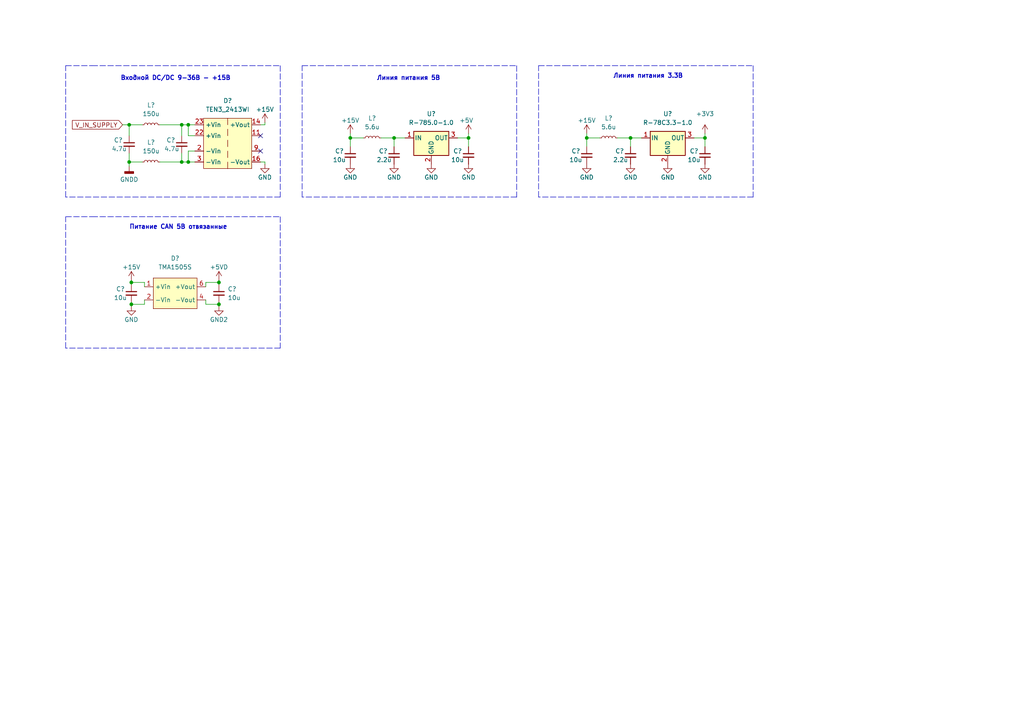
<source format=kicad_sch>
(kicad_sch (version 20211123) (generator eeschema)
  (paper "A4")
  (lib_symbols
    (symbol "Device:C_Small" (pin_numbers hide) (pin_names (offset 0.254) hide)
      (property "Reference" "C" (at 0.254 1.778 0))
      (property "Value" "C_Small" (at 0.254 -2.032 0))
      (symbol "C_Small_0_1"
        (polyline (pts (xy -1.524 -0.508) (xy 1.524 -0.508)) (stroke (width 0.3302)))
        (polyline (pts (xy -1.524 0.508) (xy 1.524 0.508)) (stroke (width 0.3048)))
      )
      (symbol "C_Small_1_1"
        (pin passive line (at 0 2.54 270) (length 2.032) (name "~") (number "1"))
        (pin passive line (at 0 -2.54 90) (length 2.032) (name "~") (number "2"))
      )
    )
    (symbol "Device:L_Small" (pin_numbers hide) (pin_names (offset 0.254) hide)
      (property "Reference" "L" (at 0.762 1.016 0))
      (property "Value" "L_Small" (at 0.762 -1.016 0))
      (symbol "L_Small_0_1"
        (arc (start 0 -2.032) (mid 0.508 -1.524) (end 0 -1.016))
        (arc (start 0 -1.016) (mid 0.508 -0.508) (end 0 0))
        (arc (start 0 0) (mid 0.508 0.508) (end 0 1.016))
        (arc (start 0 1.016) (mid 0.508 1.524) (end 0 2.032))
      )
      (symbol "L_Small_1_1"
        (pin passive line (at 0 2.54 270) (length 0.508) (name "~") (number "1"))
        (pin passive line (at 0 -2.54 90) (length 0.508) (name "~") (number "2"))
      )
    )
    (symbol "Regulator_Switching:R-785.0-1.0" (pin_names (offset 0.254))
      (property "Reference" "U" (at -3.81 3.175 0))
      (property "Value" "R-785.0-1.0" (at 0 3.175 0))
      (symbol "R-785.0-1.0_0_1"
        (rectangle (start -5.08 1.905) (end 5.08 -5.08) (stroke (width 0.254)) (fill (type background)))
      )
      (symbol "R-785.0-1.0_1_1"
        (pin power_in line (at -7.62 0 0) (length 2.54) (name "IN") (number "1"))
        (pin power_in line (at 0 -7.62 90) (length 2.54) (name "GND") (number "2"))
        (pin power_out line (at 7.62 0 180) (length 2.54) (name "OUT") (number "3"))
      )
    )
    (symbol "Regulator_Switching:R-78C3.3-1.0" (pin_names (offset 0.254))
      (property "Reference" "U" (at -3.81 3.175 0))
      (property "Value" "R-78C3.3-1.0" (at 0 3.175 0))
      (symbol "R-78C3.3-1.0_0_1"
        (rectangle (start -5.08 1.905) (end 5.08 -5.08) (stroke (width 0.254)) (fill (type background)))
      )
      (symbol "R-78C3.3-1.0_1_1"
        (pin power_in line (at -7.62 0 0) (length 2.54) (name "IN") (number "1"))
        (pin power_in line (at 0 -7.62 90) (length 2.54) (name "GND") (number "2"))
        (pin power_out line (at 7.62 0 180) (length 2.54) (name "OUT") (number "3"))
      )
    )
    (symbol "TRACO_My:TEN3_2413"
      (property "Reference" "D" (at 0 0 0))
      (property "Value" "TEN3_2413" (at 0 -1.905 0))
      (symbol "TEN3_2413_0_1"
        (rectangle (start -7.62 -3.81) (end 6.35 -18.415) (fill (type background)))
        (polyline (pts (xy -0.635 -16.51) (xy -0.635 -18.415)))
        (polyline (pts (xy -0.635 -13.335) (xy -0.635 -15.24)))
        (polyline (pts (xy -0.635 -10.16) (xy -0.635 -12.065)))
        (polyline (pts (xy -0.635 -6.985) (xy -0.635 -8.89)))
        (polyline (pts (xy -0.635 -3.81) (xy -0.635 -5.715)))
      )
      (symbol "TEN3_2413_1_1"
        (pin input line (at 8.89 -8.89 180) (length 2.54) (name "") (number "11"))
        (pin input line (at 8.89 -5.715 180) (length 2.54) (name "+Vout") (number "14"))
        (pin input line (at 8.89 -16.51 180) (length 2.54) (name "-Vout") (number "16"))
        (pin input line (at -10.16 -13.335 0) (length 2.54) (name "-Vin") (number "2"))
        (pin input line (at -10.16 -8.89 0) (length 2.54) (name "+Vin") (number "22"))
        (pin input line (at -10.16 -5.715 0) (length 2.54) (name "+Vin") (number "23"))
        (pin input line (at -10.16 -16.51 0) (length 2.54) (name "-Vin") (number "3"))
        (pin input line (at 8.89 -13.335 180) (length 2.54) (name "") (number "9"))
      )
    )
    (symbol "TRACO_My:TMA1505S"
      (property "Reference" "D" (at 0 0 0))
      (property "Value" "TMA1505S" (at 0 -2.54 0))
      (symbol "TMA1505S_0_1"
        (rectangle (start -6.35 -3.81) (end 6.35 -12.7) (fill (type background)))
      )
      (symbol "TMA1505S_1_1"
        (pin input line (at -8.89 -6.35 0) (length 2.54) (name "+Vin") (number "1"))
        (pin input line (at -8.89 -10.16 0) (length 2.54) (name "-Vin") (number "2"))
        (pin input line (at 8.89 -10.16 180) (length 2.54) (name "-Vout") (number "4"))
        (pin input line (at 8.89 -6.35 180) (length 2.54) (name "+Vout") (number "6"))
      )
    )
    (symbol "power:+15V" (power) (pin_names (offset 0))
      (property "Value" "+15V" (at 0 3.556 0))
      (symbol "+15V_0_1"
        (polyline (pts (xy -0.762 1.27) (xy 0 2.54)))
        (polyline (pts (xy 0 0) (xy 0 2.54)))
        (polyline (pts (xy 0 2.54) (xy 0.762 1.27)))
      )
      (symbol "+15V_1_1"
        (pin power_in line (at 0 0 90) (length 0) hide (name "+15V") (number "1"))
      )
    )
    (symbol "power:+3.3V" (power) (pin_names (offset 0))
      (property "Value" "+3.3V" (at 0 3.556 0))
      (symbol "+3.3V_0_1"
        (polyline (pts (xy -0.762 1.27) (xy 0 2.54)))
        (polyline (pts (xy 0 0) (xy 0 2.54)))
        (polyline (pts (xy 0 2.54) (xy 0.762 1.27)))
      )
      (symbol "+3.3V_1_1"
        (pin power_in line (at 0 0 90) (length 0) hide (name "+3V3") (number "1"))
      )
    )
    (symbol "power:+5V" (power) (pin_names (offset 0))
      (property "Value" "+5V" (at 0 3.556 0))
      (symbol "+5V_0_1"
        (polyline (pts (xy -0.762 1.27) (xy 0 2.54)))
        (polyline (pts (xy 0 0) (xy 0 2.54)))
        (polyline (pts (xy 0 2.54) (xy 0.762 1.27)))
      )
      (symbol "+5V_1_1"
        (pin power_in line (at 0 0 90) (length 0) hide (name "+5V") (number "1"))
      )
    )
    (symbol "power:+5VD" (power) (pin_names (offset 0))
      (property "Value" "+5VD" (at 0 3.556 0))
      (symbol "+5VD_0_1"
        (polyline (pts (xy -0.762 1.27) (xy 0 2.54)))
        (polyline (pts (xy 0 0) (xy 0 2.54)))
        (polyline (pts (xy 0 2.54) (xy 0.762 1.27)))
      )
      (symbol "+5VD_1_1"
        (pin power_in line (at 0 0 90) (length 0) hide (name "+5VD") (number "1"))
      )
    )
    (symbol "power:GND" (power) (pin_names (offset 0))
      (property "Value" "GND" (at 0 -3.81 0))
      (symbol "GND_0_1"
        (polyline (pts (xy 0 0) (xy 0 -1.27) (xy 1.27 -1.27) (xy 0 -2.54) (xy -1.27 -1.27) (xy 0 -1.27)))
      )
      (symbol "GND_1_1"
        (pin power_in line (at 0 0 270) (length 0) hide (name "GND") (number "1"))
      )
    )
    (symbol "power:GND2" (power) (pin_names (offset 0))
      (property "Value" "GND2" (at 0 -3.81 0))
      (symbol "GND2_0_1"
        (polyline (pts (xy 0 0) (xy 0 -1.27) (xy 1.27 -1.27) (xy 0 -2.54) (xy -1.27 -1.27) (xy 0 -1.27)))
      )
      (symbol "GND2_1_1"
        (pin power_in line (at 0 0 270) (length 0) hide (name "GND2") (number "1"))
      )
    )
    (symbol "power:GNDD" (power) (pin_names (offset 0))
      (property "Value" "GNDD" (at 0 -3.175 0))
      (symbol "GNDD_0_1"
        (rectangle (start -1.27 -1.524) (end 1.27 -2.032) (stroke (width 0.254)) (fill (type outline)))
        (polyline (pts (xy 0 0) (xy 0 -1.524)))
      )
      (symbol "GNDD_1_1"
        (pin power_in line (at 0 0 270) (length 0) hide (name "GNDD") (number "1"))
      )
    )
  )
  (junction (at 63.5 88.265))
  (junction (at 54.61 46.99))
  (junction (at 37.465 36.195))
  (junction (at 52.705 36.195))
  (junction (at 170.18 40.005))
  (junction (at 114.3 40.005))
  (junction (at 101.6 40.005))
  (junction (at 38.1 88.265))
  (junction (at 38.1 81.915))
  (junction (at 135.89 40.005))
  (junction (at 204.47 40.005))
  (junction (at 63.5 81.915))
  (junction (at 52.705 46.99))
  (junction (at 54.61 36.195))
  (junction (at 182.88 40.005))
  (junction (at 37.465 46.99))
  (no_connect (at 75.565 43.815))
  (no_connect (at 75.565 39.37))
  (wire (pts (xy 37.465 46.99) (xy 37.465 48.26)))
  (wire (pts (xy 37.465 44.45) (xy 37.465 46.99)))
  (wire (pts (xy 52.705 39.37) (xy 52.705 36.195)))
  (polyline (pts (xy 87.63 57.15) (xy 87.63 19.05)))
  (wire (pts (xy 46.355 46.99) (xy 52.705 46.99)))
  (polyline (pts (xy 19.05 62.865) (xy 26.67 62.865)))
  (polyline (pts (xy 87.63 19.05) (xy 95.25 19.05)))
  (wire (pts (xy 37.465 36.195) (xy 37.465 39.37)))
  (wire (pts (xy 182.88 40.005) (xy 182.88 42.545)))
  (wire (pts (xy 204.47 40.005) (xy 204.47 42.545)))
  (wire (pts (xy 135.89 40.005) (xy 135.89 42.545)))
  (wire (pts (xy 132.715 40.005) (xy 135.89 40.005)))
  (wire (pts (xy 75.565 46.99) (xy 76.835 46.99)))
  (wire (pts (xy 59.69 81.915) (xy 59.69 83.185)))
  (wire (pts (xy 110.49 40.005) (xy 114.3 40.005)))
  (wire (pts (xy 54.61 46.99) (xy 56.515 46.99)))
  (wire (pts (xy 76.835 36.195) (xy 76.835 35.56)))
  (polyline (pts (xy 81.28 19.05) (xy 81.28 57.15)))
  (wire (pts (xy 186.055 40.005) (xy 182.88 40.005)))
  (wire (pts (xy 179.07 40.005) (xy 182.88 40.005)))
  (wire (pts (xy 37.465 36.195) (xy 41.275 36.195)))
  (wire (pts (xy 37.465 46.99) (xy 41.275 46.99)))
  (wire (pts (xy 41.91 86.995) (xy 41.91 88.265)))
  (wire (pts (xy 54.61 43.815) (xy 54.61 46.99)))
  (polyline (pts (xy 163.83 19.05) (xy 218.44 19.05)))
  (wire (pts (xy 41.91 81.915) (xy 38.1 81.915)))
  (wire (pts (xy 38.1 87.63) (xy 38.1 88.265)))
  (polyline (pts (xy 81.28 100.965) (xy 19.05 100.965)))
  (wire (pts (xy 56.515 43.815) (xy 54.61 43.815)))
  (wire (pts (xy 52.705 36.195) (xy 54.61 36.195)))
  (wire (pts (xy 105.41 40.005) (xy 101.6 40.005)))
  (wire (pts (xy 114.3 40.005) (xy 114.3 42.545)))
  (polyline (pts (xy 19.05 57.15) (xy 19.05 19.05)))
  (wire (pts (xy 63.5 87.63) (xy 63.5 88.265)))
  (wire (pts (xy 59.69 81.915) (xy 63.5 81.915)))
  (wire (pts (xy 101.6 38.735) (xy 101.6 40.005)))
  (wire (pts (xy 63.5 88.265) (xy 63.5 88.9)))
  (wire (pts (xy 41.91 83.185) (xy 41.91 81.915)))
  (wire (pts (xy 52.705 44.45) (xy 52.705 46.99)))
  (polyline (pts (xy 26.67 19.05) (xy 81.28 19.05)))
  (wire (pts (xy 41.91 88.265) (xy 38.1 88.265)))
  (wire (pts (xy 170.18 40.005) (xy 170.18 42.545)))
  (wire (pts (xy 170.18 38.735) (xy 170.18 40.005)))
  (wire (pts (xy 54.61 36.195) (xy 56.515 36.195)))
  (polyline (pts (xy 19.05 19.05) (xy 26.67 19.05)))
  (wire (pts (xy 59.69 86.995) (xy 59.69 88.265)))
  (polyline (pts (xy 218.44 57.15) (xy 156.21 57.15)))
  (polyline (pts (xy 149.86 57.15) (xy 87.63 57.15)))
  (wire (pts (xy 173.99 40.005) (xy 170.18 40.005)))
  (polyline (pts (xy 218.44 19.05) (xy 218.44 57.15)))
  (wire (pts (xy 38.1 81.28) (xy 38.1 81.915)))
  (wire (pts (xy 101.6 40.005) (xy 101.6 42.545)))
  (wire (pts (xy 52.705 46.99) (xy 54.61 46.99)))
  (polyline (pts (xy 156.21 19.05) (xy 163.83 19.05)))
  (wire (pts (xy 59.69 88.265) (xy 63.5 88.265)))
  (wire (pts (xy 135.89 38.735) (xy 135.89 40.005)))
  (wire (pts (xy 35.56 36.195) (xy 37.465 36.195)))
  (wire (pts (xy 54.61 39.37) (xy 54.61 36.195)))
  (polyline (pts (xy 81.28 62.865) (xy 81.28 100.965)))
  (wire (pts (xy 63.5 81.28) (xy 63.5 81.915)))
  (polyline (pts (xy 19.05 100.965) (xy 19.05 62.865)))
  (wire (pts (xy 46.355 36.195) (xy 52.705 36.195)))
  (wire (pts (xy 38.1 88.265) (xy 38.1 88.9)))
  (polyline (pts (xy 156.21 57.15) (xy 156.21 19.05)))
  (wire (pts (xy 117.475 40.005) (xy 114.3 40.005)))
  (wire (pts (xy 201.295 40.005) (xy 204.47 40.005)))
  (wire (pts (xy 38.1 81.915) (xy 38.1 82.55)))
  (wire (pts (xy 76.835 46.99) (xy 76.835 47.625)))
  (polyline (pts (xy 81.28 57.15) (xy 19.05 57.15)))
  (polyline (pts (xy 95.25 19.05) (xy 149.86 19.05)))
  (polyline (pts (xy 26.67 62.865) (xy 81.28 62.865)))
  (wire (pts (xy 56.515 39.37) (xy 54.61 39.37)))
  (wire (pts (xy 204.47 38.735) (xy 204.47 40.005)))
  (polyline (pts (xy 149.86 19.05) (xy 149.86 57.15)))
  (wire (pts (xy 63.5 81.915) (xy 63.5 82.55)))
  (wire (pts (xy 75.565 36.195) (xy 76.835 36.195)))
  (text "Питание CAN 5В отвязанные" (at 37.465 66.675 0) (effects (font (size 1.27 1.27) (thickness 0.254) bold) (justify left bottom)))
  (text "Входной DC/DC 9-36В - +15В" (at 34.925 23.495 0) (effects (font (size 1.27 1.27) (thickness 0.254) bold) (justify left bottom)))
  (text "Линия питания 3.3В\n" (at 177.8 22.86 0) (effects (font (size 1.27 1.27) (thickness 0.254) bold) (justify left bottom)))
  (text "Линия питания 5В" (at 109.22 23.495 0) (effects (font (size 1.27 1.27) (thickness 0.254) bold) (justify left bottom)))
  (global_label "V_IN_SUPPLY" (shape input) (at 35.56 36.195 180) (property "Intersheet References" "${INTERSHEET_REFS}" (effects hide)))
  (symbol (lib_id "power:+15V") (at 170.18 38.735 0) (unit 1)
    (property "Reference" "#PWR?" (effects hide))
    (property "Value" "+15V" (at 170.18 34.925 0))
  )
  (symbol (lib_id "power:GND") (at 170.18 47.625 0) (unit 1)
    (property "Reference" "#PWR?" (effects hide))
    (property "Value" "GND" (at 170.18 51.435 0))
  )
  (symbol (lib_id "power:GND") (at 38.1 88.9 0) (unit 1)
    (property "Reference" "#PWR?" (effects hide))
    (property "Value" "GND" (at 38.1 92.71 0))
  )
  (symbol (lib_id "power:GND") (at 135.89 47.625 0) (unit 1)
    (property "Reference" "#PWR?" (effects hide))
    (property "Value" "GND" (at 135.89 51.435 0))
  )
  (symbol (lib_id "power:GND") (at 114.3 47.625 0) (unit 1)
    (property "Reference" "#PWR?" (effects hide))
    (property "Value" "GND" (at 114.3 51.435 0))
  )
  (symbol (lib_id "Regulator_Switching:R-785.0-1.0") (at 125.095 40.005 0) (unit 1)
    (property "Reference" "U?" (at 125.095 33.02 0))
    (property "Value" "R-785.0-1.0" (at 125.095 35.56 0))
    (property "Footprint" "Converter_DCDC:Converter_DCDC_RECOM_R-78E-0.5_THT" (effects hide))
    (property "Datasheet" "https://www.recom-power.com/pdf/Innoline/R-78xx-1.0.pdf" (effects hide))
  )
  (symbol (lib_id "Device:C_Small") (at 52.705 41.91 0) (unit 1)
    (property "Reference" "C?" (at 48.26 40.64 0) (effects (justify left)))
    (property "Value" "4.7u" (at 47.625 43.18 0) (effects (justify left)))
    (property "Footprint" "Capacitor_SMD:C_1210_3225Metric_Pad1.33x2.70mm_HandSolder" (effects hide))
  )
  (symbol (lib_id "power:+3.3V") (at 204.47 38.735 0) (unit 1)
    (property "Reference" "#PWR?" (effects hide))
    (property "Value" "+3.3V" (at 204.47 33.02 0))
  )
  (symbol (lib_id "Device:L_Small") (at 107.95 40.005 90) (unit 1)
    (property "Reference" "L?" (at 107.95 34.29 90))
    (property "Value" "5.6u" (at 107.95 36.83 90))
    (property "Footprint" "Inductor_SMD:L_1210_3225Metric_Pad1.42x2.65mm_HandSolder" (effects hide))
  )
  (symbol (lib_id "power:+15V") (at 76.835 35.56 0) (unit 1)
    (property "Reference" "#PWR?" (effects hide))
    (property "Value" "+15V" (at 76.835 31.75 0))
  )
  (symbol (lib_id "Device:C_Small") (at 204.47 45.085 0) (unit 1)
    (property "Reference" "C?" (at 200.025 43.815 0) (effects (justify left)))
    (property "Value" "10u" (at 199.39 46.355 0) (effects (justify left)))
    (property "Footprint" "Capacitor_SMD:C_1210_3225Metric_Pad1.33x2.70mm_HandSolder" (effects hide))
  )
  (symbol (lib_id "power:GND") (at 182.88 47.625 0) (unit 1)
    (property "Reference" "#PWR?" (effects hide))
    (property "Value" "GND" (at 182.88 51.435 0))
  )
  (symbol (lib_id "power:+5V") (at 135.89 38.735 0) (unit 1)
    (property "Reference" "#PWR?" (effects hide))
    (property "Value" "+5V" (at 135.255 34.925 0))
  )
  (symbol (lib_id "power:GND2") (at 63.5 88.9 0) (unit 1)
    (property "Reference" "#PWR?" (effects hide))
    (property "Value" "GND2" (at 63.5 92.71 0))
  )
  (symbol (lib_id "Device:C_Small") (at 63.5 85.09 0) (unit 1)
    (property "Reference" "C?" (at 66.04 83.8262 0) (effects (justify left)))
    (property "Value" "10u" (at 66.04 86.3662 0) (effects (justify left)))
    (property "Footprint" "Capacitor_SMD:C_1210_3225Metric_Pad1.33x2.70mm_HandSolder" (effects hide))
  )
  (symbol (lib_id "Device:C_Small") (at 37.465 41.91 0) (unit 1)
    (property "Reference" "C?" (at 33.02 40.64 0) (effects (justify left)))
    (property "Value" "4.7u" (at 32.385 43.18 0) (effects (justify left)))
    (property "Footprint" "Capacitor_SMD:C_1210_3225Metric_Pad1.33x2.70mm_HandSolder" (effects hide))
  )
  (symbol (lib_id "power:+15V") (at 38.1 81.28 0) (unit 1)
    (property "Reference" "#PWR?" (effects hide))
    (property "Value" "+15V" (at 38.1 77.47 0))
  )
  (symbol (lib_id "Device:C_Small") (at 135.89 45.085 0) (unit 1)
    (property "Reference" "C?" (at 131.445 43.815 0) (effects (justify left)))
    (property "Value" "10u" (at 130.81 46.355 0) (effects (justify left)))
    (property "Footprint" "Capacitor_SMD:C_1210_3225Metric_Pad1.33x2.70mm_HandSolder" (effects hide))
  )
  (symbol (lib_id "power:GNDD") (at 37.465 48.26 0) (unit 1)
    (property "Reference" "#PWR?" (effects hide))
    (property "Value" "GNDD" (at 37.465 52.07 0))
  )
  (symbol (lib_id "power:+5VD") (at 63.5 81.28 0) (unit 1)
    (property "Reference" "#PWR?" (effects hide))
    (property "Value" "+5VD" (at 63.5 77.47 0))
  )
  (symbol (lib_id "Device:C_Small") (at 170.18 45.085 0) (unit 1)
    (property "Reference" "C?" (at 165.735 43.815 0) (effects (justify left)))
    (property "Value" "10u" (at 165.1 46.355 0) (effects (justify left)))
    (property "Footprint" "Capacitor_SMD:C_1210_3225Metric_Pad1.33x2.70mm_HandSolder" (effects hide))
  )
  (symbol (lib_id "TRACO_My:TEN3_2413") (at 66.675 30.48 0) (unit 1)
    (property "Reference" "D?" (at 66.04 29.21 0))
    (property "Value" "TEN3_2413WI" (at 66.04 31.75 0))
    (property "Footprint" "TRACO_My:TEN3_2413" (effects hide))
  )
  (symbol (lib_id "power:GND") (at 76.835 47.625 0) (unit 1)
    (property "Reference" "#PWR?" (effects hide))
    (property "Value" "GND" (at 76.835 51.435 0))
  )
  (symbol (lib_id "Device:L_Small") (at 176.53 40.005 90) (unit 1)
    (property "Reference" "L?" (at 176.53 34.29 90))
    (property "Value" "5.6u" (at 176.53 36.83 90))
    (property "Footprint" "Inductor_SMD:L_1210_3225Metric_Pad1.42x2.65mm_HandSolder" (effects hide))
  )
  (symbol (lib_id "power:GND") (at 193.675 47.625 0) (unit 1)
    (property "Reference" "#PWR?" (effects hide))
    (property "Value" "GND" (at 193.675 51.435 0))
  )
  (symbol (lib_id "Device:C_Small") (at 182.88 45.085 0) (unit 1)
    (property "Reference" "C?" (at 178.435 43.815 0) (effects (justify left)))
    (property "Value" "2.2u" (at 177.8 46.355 0) (effects (justify left)))
    (property "Footprint" "Capacitor_SMD:C_1210_3225Metric_Pad1.33x2.70mm_HandSolder" (effects hide))
  )
  (symbol (lib_id "TRACO_My:TMA1505S") (at 50.8 76.835 0) (unit 1)
    (property "Reference" "D?" (at 50.8 74.93 0))
    (property "Value" "TMA1505S" (at 50.8 77.47 0))
    (property "Footprint" "TRACO_My:TMA1505S" (effects hide))
  )
  (symbol (lib_id "power:GND") (at 204.47 47.625 0) (unit 1)
    (property "Reference" "#PWR?" (effects hide))
    (property "Value" "GND" (at 204.47 51.435 0))
  )
  (symbol (lib_id "Device:C_Small") (at 38.1 85.09 0) (unit 1)
    (property "Reference" "C?" (at 33.655 83.82 0) (effects (justify left)))
    (property "Value" "10u" (at 33.02 86.36 0) (effects (justify left)))
    (property "Footprint" "Capacitor_SMD:C_1210_3225Metric_Pad1.33x2.70mm_HandSolder" (effects hide))
  )
  (symbol (lib_id "power:GND") (at 125.095 47.625 0) (unit 1)
    (property "Reference" "#PWR?" (effects hide))
    (property "Value" "GND" (at 125.095 51.435 0))
  )
  (symbol (lib_id "Regulator_Switching:R-78C3.3-1.0") (at 193.675 40.005 0) (unit 1)
    (property "Reference" "U?" (at 193.675 33.02 0))
    (property "Value" "R-78C3.3-1.0" (at 193.675 35.56 0))
    (property "Footprint" "Converter_DCDC:Converter_DCDC_RECOM_R-78E-0.5_THT" (effects hide))
    (property "Datasheet" "https://www.recom-power.com/pdf/Innoline/R-78Cxx-1.0.pdf" (effects hide))
  )
  (symbol (lib_id "Device:L_Small") (at 43.815 36.195 90) (unit 1)
    (property "Reference" "L?" (at 43.815 30.48 90))
    (property "Value" "150u" (at 43.815 33.02 90))
    (property "Footprint" "Inductor_SMD:L_1210_3225Metric_Pad1.42x2.65mm_HandSolder" (effects hide))
  )
  (symbol (lib_id "power:GND") (at 101.6 47.625 0) (unit 1)
    (property "Reference" "#PWR?" (effects hide))
    (property "Value" "GND" (at 101.6 51.435 0))
  )
  (symbol (lib_id "Device:L_Small") (at 43.815 46.99 90) (unit 1)
    (property "Reference" "L?" (at 43.815 41.275 90))
    (property "Value" "150u" (at 43.815 43.815 90))
    (property "Footprint" "Inductor_SMD:L_1210_3225Metric_Pad1.42x2.65mm_HandSolder" (effects hide))
  )
  (symbol (lib_id "power:+15V") (at 101.6 38.735 0) (unit 1)
    (property "Reference" "#PWR?" (effects hide))
    (property "Value" "+15V" (at 101.6 34.925 0))
  )
  (symbol (lib_id "Device:C_Small") (at 101.6 45.085 0) (unit 1)
    (property "Reference" "C?" (at 97.155 43.815 0) (effects (justify left)))
    (property "Value" "10u" (at 96.52 46.355 0) (effects (justify left)))
    (property "Footprint" "Capacitor_SMD:C_1210_3225Metric_Pad1.33x2.70mm_HandSolder" (effects hide))
  )
  (symbol (lib_id "Device:C_Small") (at 114.3 45.085 0) (unit 1)
    (property "Reference" "C?" (at 109.855 43.815 0) (effects (justify left)))
    (property "Value" "2.2u" (at 109.22 46.355 0) (effects (justify left)))
    (property "Footprint" "Capacitor_SMD:C_1210_3225Metric_Pad1.33x2.70mm_HandSolder" (effects hide))
  )
)
</source>
